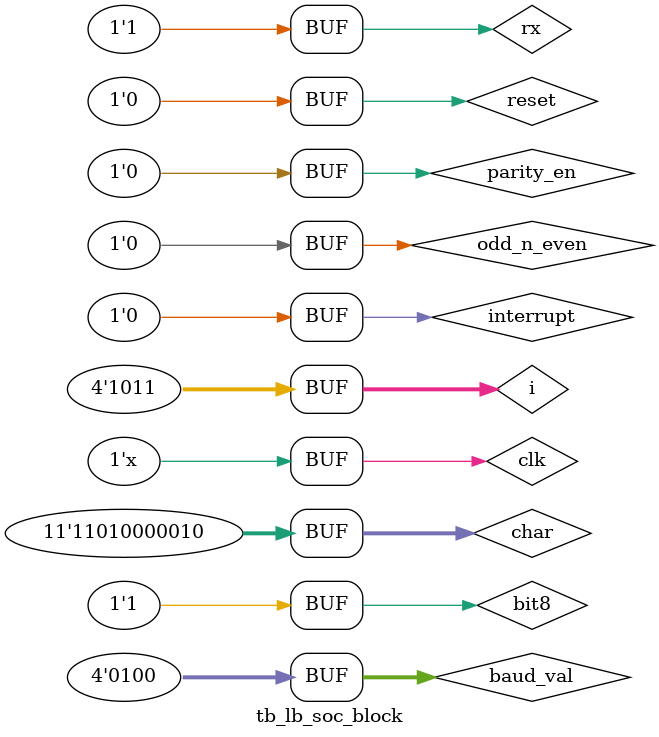
<source format=v>
`timescale 1ns / 1ps


module tb_lb_soc_block;

	// Inputs
	reg clk;
	reg reset;
	reg rx;
	reg interrupt;
	reg bit8;
	reg parity_en;
	reg odd_n_even;
	reg [3:0] baud_val;

	// Outputs
	wire tx;
	wire interrupt_ack;

	//internal
	reg [10:0] char;
	reg [3:0] i;
	// Instantiate the Unit Under Test (UUT)
	soc_block uut (
		.clk(clk), 
		.reset(reset), 
		.tx(tx), 
		.rx(rx), 
		.interrupt(interrupt), 
		.interrupt_ack(interrupt_ack), 
		.bit8(bit8), 
		.parity_en(parity_en), 
		.odd_n_even(odd_n_even), 
		.baud_val(baud_val)
	);
	
	always 
		#5 clk = ~clk;
		
	initial begin
		// Initialize Inputs
		clk = 0;
		reset = 1;
		rx = 0;
		interrupt = 0;
		bit8 = 1;
		parity_en = 0;
		odd_n_even = 0;
		baud_val = 4'b0100;
		char = 11'b1_1_01000001_0; //ASC A
		#10;
		reset =0;
		
		for(i=0; i<11; i=i+1) begin
			rx=char[i];
			#104110;
		end
		
		// Wait 100 ns for global reset to finish
		#100;
	
        
		// Add stimulus here

	end
      
endmodule


</source>
